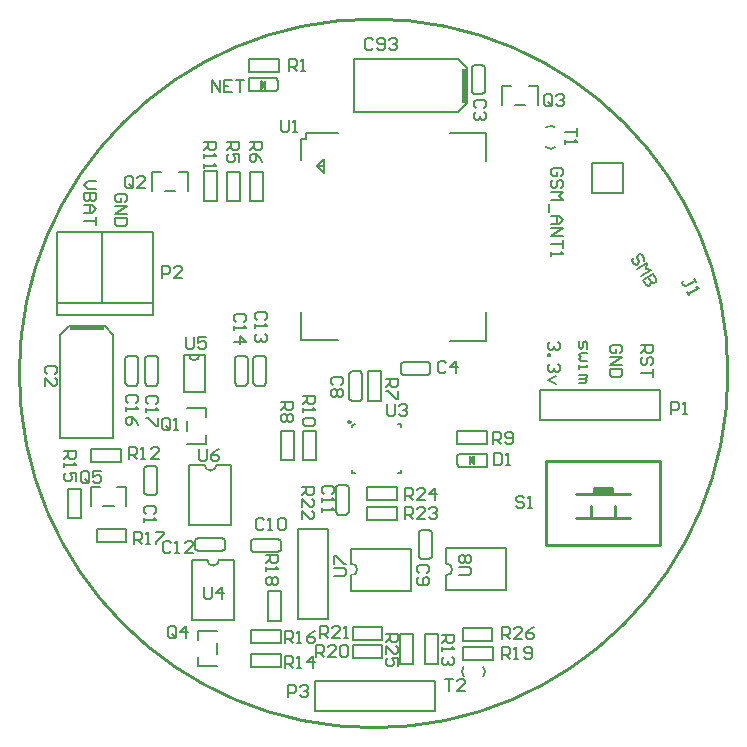
<source format=gto>
%FSLAX25Y25*%
%MOIN*%
G70*
G01*
G75*
%ADD10C,0.02500*%
%ADD11R,0.11811X0.08661*%
%ADD12R,0.03347X0.02756*%
%ADD13R,0.02756X0.03347*%
%ADD14O,0.03543X0.01969*%
%ADD15O,0.03543X0.01969*%
%ADD16R,0.03543X0.01969*%
%ADD17R,0.01969X0.03150*%
%ADD18R,0.02362X0.03937*%
%ADD19O,0.02500X0.05500*%
%ADD20R,0.02500X0.05500*%
%ADD21R,0.03150X0.01969*%
%ADD22R,0.08661X0.11811*%
%ADD23O,0.05500X0.02500*%
%ADD24R,0.05500X0.02500*%
%ADD25R,0.02165X0.01181*%
%ADD26R,0.03150X0.01181*%
%ADD27R,0.01181X0.02165*%
%ADD28R,0.01181X0.03150*%
%ADD29R,0.03937X0.02362*%
%ADD30O,0.02362X0.07087*%
%ADD31O,0.07087X0.02362*%
%ADD32R,0.07000X0.03150*%
%ADD33R,0.07874X0.06000*%
%ADD34R,0.03937X0.03150*%
G04:AMPARAMS|DCode=35|XSize=35.43mil|YSize=157.48mil|CornerRadius=1.77mil|HoleSize=0mil|Usage=FLASHONLY|Rotation=300.000|XOffset=0mil|YOffset=0mil|HoleType=Round|Shape=RoundedRectangle|*
%AMROUNDEDRECTD35*
21,1,0.03543,0.15394,0,0,300.0*
21,1,0.03189,0.15748,0,0,300.0*
1,1,0.00354,-0.05868,-0.05229*
1,1,0.00354,-0.07463,-0.02468*
1,1,0.00354,0.05868,0.05229*
1,1,0.00354,0.07463,0.02468*
%
%ADD35ROUNDEDRECTD35*%
%ADD36C,0.02000*%
%ADD37C,0.07000*%
%ADD38C,0.00800*%
%ADD39C,0.01000*%
%ADD40C,0.04000*%
%ADD41C,0.05000*%
%ADD42C,0.03000*%
%ADD43R,0.07874X0.11811*%
%ADD44O,0.07874X0.11811*%
%ADD45R,0.05906X0.05906*%
%ADD46C,0.05906*%
%ADD47R,0.05906X0.05906*%
%ADD48C,0.06000*%
G04:AMPARAMS|DCode=49|XSize=51.18mil|YSize=173.23mil|CornerRadius=2.56mil|HoleSize=0mil|Usage=FLASHONLY|Rotation=300.000|XOffset=0mil|YOffset=0mil|HoleType=Round|Shape=RoundedRectangle|*
%AMROUNDEDRECTD49*
21,1,0.05118,0.16811,0,0,300.0*
21,1,0.04606,0.17323,0,0,300.0*
1,1,0.00512,-0.06128,-0.06197*
1,1,0.00512,-0.08431,-0.02208*
1,1,0.00512,0.06128,0.06197*
1,1,0.00512,0.08431,0.02208*
%
%ADD49ROUNDEDRECTD49*%
%ADD50C,0.03000*%
%ADD51C,0.02000*%
%ADD52C,0.05000*%
%ADD53R,0.01575X0.03347*%
%ADD54R,0.02756X0.08268*%
%ADD55R,0.02559X0.04843*%
%ADD56C,0.00500*%
%ADD57C,0.00787*%
%ADD58R,0.11811X0.01575*%
%ADD59R,0.01575X0.11811*%
D38*
X522000Y328500D02*
Y338736D01*
X511764D02*
X522000D01*
X511764Y328500D02*
Y338736D01*
Y328500D02*
X522000D01*
D39*
X431253Y252300D02*
G03*
X431253Y252300I-361J0D01*
G01*
X496500Y211400D02*
Y235400D01*
Y211400D02*
X534500D01*
Y239400D01*
X496500D02*
X534500D01*
X496500Y235400D02*
Y239400D01*
X506500Y220400D02*
X514500D01*
X512500D02*
X524500D01*
X511500D02*
Y224400D01*
X519500Y220400D02*
Y224400D01*
X506500Y228400D02*
X524500D01*
X512500Y229400D02*
X518500D01*
X512500Y230400D02*
X518500D01*
X512500Y228400D02*
Y230400D01*
X518500Y228400D02*
Y230400D01*
X557110Y268500D02*
G03*
X557110Y268500I-118110J0D01*
G01*
D56*
X377434Y274662D02*
G03*
X380977Y274662I1772J0D01*
G01*
X475524Y167525D02*
G03*
X475524Y170675I-1575J1575D01*
G01*
X469028D02*
G03*
X469028Y167525I1575J-1575D01*
G01*
X431500Y201119D02*
G03*
X431500Y205119I0J2000D01*
G01*
X463145Y201167D02*
G03*
X463145Y205167I0J2000D01*
G01*
X496425Y343976D02*
G03*
X499575Y343976I1575J1575D01*
G01*
Y350472D02*
G03*
X496425Y350472I-1575J-1575D01*
G01*
X382619Y238100D02*
G03*
X386619Y238100I2000J0D01*
G01*
X383519Y206400D02*
G03*
X387519Y206400I2000J0D01*
G01*
X334542Y281437D02*
X337494Y284390D01*
X349306D01*
X352258Y281437D01*
X334542Y246791D02*
Y281437D01*
X352258Y246791D02*
Y281437D01*
X334542Y246791D02*
X352258D01*
X476065Y362319D02*
Y370587D01*
X472522Y371374D02*
X475278D01*
X472522Y361531D02*
X475278D01*
X471735Y362319D02*
Y370587D01*
Y362319D02*
X472522Y361531D01*
X475278D02*
X476065Y362319D01*
X475278Y371374D02*
X476065Y370587D01*
X471735D02*
X472522Y371374D01*
X432031Y177865D02*
X441874D01*
X432031Y173535D02*
X441874D01*
X432031D02*
Y177865D01*
X441874Y173535D02*
Y177865D01*
X432031Y179635D02*
X441874D01*
X432031Y183965D02*
X441874D01*
Y179635D02*
Y183965D01*
X432031Y179635D02*
Y183965D01*
X362535Y228613D02*
Y236881D01*
X363322Y227826D02*
X366078D01*
X363322Y237668D02*
X366078D01*
X366865Y228613D02*
Y236881D01*
X366078Y237668D02*
X366865Y236881D01*
X362535D02*
X363322Y237668D01*
X362535Y228613D02*
X363322Y227826D01*
X366078D02*
X366865Y228613D01*
X346731Y216465D02*
X356574D01*
X346731Y212135D02*
X356574D01*
X346731D02*
Y216465D01*
X356574Y212135D02*
Y216465D01*
X333300Y292020D02*
X365311D01*
X333300Y288083D02*
X365311D01*
X333300Y315642D02*
X365311D01*
X333300Y288083D02*
Y315642D01*
X365311Y288083D02*
Y315642D01*
X348500Y292020D02*
Y315642D01*
X382749Y262457D02*
Y274662D01*
X375662Y262457D02*
X382749D01*
X375662Y274662D02*
X382749D01*
X375662Y262457D02*
Y274662D01*
X490790Y364168D02*
X493743D01*
X481931D02*
X484884D01*
X486065Y357869D02*
X489609D01*
X493743D02*
Y364168D01*
X481931Y357869D02*
Y364168D01*
X431500Y196119D02*
X451500D01*
X431500Y210119D02*
X451500D01*
Y196119D02*
Y210119D01*
X431500Y196119D02*
Y201119D01*
Y205119D02*
Y210119D01*
X463145Y196167D02*
X483145D01*
X463145Y210167D02*
X483145D01*
Y196167D02*
Y210167D01*
X463145Y196167D02*
Y201167D01*
Y205167D02*
Y210167D01*
X436932Y223865D02*
X446774D01*
X436932Y219535D02*
X446774D01*
X436932D02*
Y223865D01*
X446774Y219535D02*
Y223865D01*
X436932Y230465D02*
X446774D01*
X436932Y226135D02*
X446774D01*
X436932D02*
Y230465D01*
X446774Y226135D02*
Y230465D01*
X447935Y171731D02*
Y181574D01*
X452265Y171731D02*
Y181574D01*
X447935Y171731D02*
X452265D01*
X447935Y181574D02*
X452265D01*
X468726Y179235D02*
X478569D01*
X468726Y183565D02*
X478569D01*
Y179235D02*
Y183565D01*
X468726Y179235D02*
Y183565D01*
X407969Y239526D02*
Y249369D01*
X412300Y239526D02*
Y249369D01*
X407969Y239526D02*
X412300D01*
X407969Y249369D02*
X412300D01*
X432391Y355542D02*
Y373258D01*
Y355542D02*
X467037D01*
X432391Y373258D02*
X467037D01*
Y355542D02*
X469990Y358494D01*
Y370305D01*
X467037Y373258D02*
X469990Y370305D01*
X386865Y326026D02*
Y335869D01*
X382535Y326026D02*
Y335869D01*
X386865D01*
X382535Y326026D02*
X386865D01*
X377619Y218100D02*
Y238100D01*
X391619Y218100D02*
Y238100D01*
X377619Y218100D02*
X391619D01*
X377619Y238100D02*
X382619D01*
X386619D02*
X391619D01*
X378519Y186400D02*
Y206400D01*
X392519Y186400D02*
Y206400D01*
X378519Y186400D02*
X392519D01*
X378519Y206400D02*
X383519D01*
X387519D02*
X392519D01*
X468826Y172835D02*
X478668D01*
X468826Y177165D02*
X478668D01*
Y172835D02*
Y177165D01*
X468826Y172835D02*
Y177165D01*
X456135Y171731D02*
Y181574D01*
X460465Y171731D02*
Y181574D01*
X456135Y171731D02*
X460465D01*
X456135Y181574D02*
X460465D01*
X466798Y249143D02*
X476641D01*
X466798Y244813D02*
X476641D01*
X466798D02*
Y249143D01*
X476641Y244813D02*
Y249143D01*
X448813Y272265D02*
X457081D01*
X448026Y268722D02*
Y271478D01*
X457868Y268722D02*
Y271478D01*
X448813Y267935D02*
X457081D01*
X457868Y268722D01*
X457081Y272265D02*
X457868Y271478D01*
X448026D02*
X448813Y272265D01*
X448026Y268722D02*
X448813Y267935D01*
X398126Y178635D02*
X407969D01*
X398126Y182965D02*
X407969D01*
Y178635D02*
Y182965D01*
X398126Y178635D02*
Y182965D01*
X344932Y243265D02*
X354774D01*
X344932Y238935D02*
X354774D01*
X344932D02*
Y243265D01*
X354774Y238935D02*
Y243265D01*
X408165Y186026D02*
Y195869D01*
X403835Y186026D02*
Y195869D01*
X408165D01*
X403835Y186026D02*
X408165D01*
X396965Y265213D02*
Y273481D01*
X393422Y274269D02*
X396178D01*
X393422Y264426D02*
X396178D01*
X392635Y265213D02*
Y273481D01*
Y265213D02*
X393422Y264426D01*
X396178D02*
X396965Y265213D01*
X396178Y274269D02*
X396965Y273481D01*
X392635D02*
X393422Y274269D01*
X360565Y265219D02*
Y273487D01*
X357022Y274274D02*
X359778D01*
X357022Y264432D02*
X359778D01*
X356235Y265219D02*
Y273487D01*
Y265219D02*
X357022Y264432D01*
X359778D02*
X360565Y265219D01*
X359778Y274274D02*
X360565Y273487D01*
X356235D02*
X357022Y274274D01*
X435265Y260119D02*
Y268387D01*
X431722Y269174D02*
X434478D01*
X431722Y259331D02*
X434478D01*
X430935Y260119D02*
Y268387D01*
Y260119D02*
X431722Y259331D01*
X434478D02*
X435265Y260119D01*
X434478Y269174D02*
X435265Y268387D01*
X430935D02*
X431722Y269174D01*
X362835Y265213D02*
Y273481D01*
X363622Y264426D02*
X366378D01*
X363622Y274269D02*
X366378D01*
X367165Y265213D02*
Y273481D01*
X366378Y274269D02*
X367165Y273481D01*
X362835D02*
X363622Y274269D01*
X362835Y265213D02*
X363622Y264426D01*
X366378D02*
X367165Y265213D01*
X398935D02*
Y273481D01*
X399722Y264426D02*
X402478D01*
X399722Y274269D02*
X402478D01*
X403265Y265213D02*
Y273481D01*
X402478Y274269D02*
X403265Y273481D01*
X398935D02*
X399722Y274269D01*
X398935Y265213D02*
X399722Y264426D01*
X402478D02*
X403265Y265213D01*
X397532Y373365D02*
X407374D01*
X397532Y369035D02*
X407374D01*
X397532D02*
Y373365D01*
X407374Y369035D02*
Y373365D01*
X380532Y179790D02*
Y182743D01*
Y170931D02*
Y173884D01*
X386831Y175065D02*
Y178609D01*
X380532Y182743D02*
X386831D01*
X380532Y170931D02*
X386831D01*
X353590Y230468D02*
X356542D01*
X344731D02*
X347684D01*
X348865Y224168D02*
X352409D01*
X356542D02*
Y230468D01*
X344731Y224168D02*
Y230468D01*
X397431Y362535D02*
Y366865D01*
Y362535D02*
X406487D01*
X407274Y363322D02*
Y366078D01*
X397431Y366865D02*
X406487D01*
X406487Y362535D02*
X407274Y363322D01*
X402845Y363322D02*
Y366078D01*
X401467Y363322D02*
Y366078D01*
X402845Y364700D01*
X401467Y363322D02*
X402845Y364700D01*
X401467D02*
X402845D01*
X406487Y366865D02*
X407274Y366078D01*
X382968Y245058D02*
Y248010D01*
Y253916D02*
Y256869D01*
X376669Y249191D02*
Y252735D01*
Y245058D02*
X382968D01*
X376669Y256869D02*
X382968D01*
X374090Y335468D02*
X377043D01*
X365231D02*
X368184D01*
X369365Y329169D02*
X372909D01*
X377043D02*
Y335468D01*
X365231Y329169D02*
Y335468D01*
X398126Y170735D02*
X407969D01*
X398126Y175065D02*
X407969D01*
Y170735D02*
Y175065D01*
X398126Y170735D02*
Y175065D01*
X341565Y220126D02*
Y229969D01*
X337235Y220126D02*
Y229969D01*
X341565D01*
X337235Y220126D02*
X341565D01*
X380319Y209335D02*
X388587D01*
X389374Y210122D02*
Y212878D01*
X379532Y210122D02*
Y212878D01*
X380319Y213665D02*
X388587D01*
X379532Y212878D02*
X380319Y213665D01*
X379532Y210122D02*
X380319Y209335D01*
X388587D02*
X389374Y210122D01*
X388587Y213665D02*
X389374Y212878D01*
X437235Y259331D02*
Y269174D01*
X441565Y259331D02*
Y269174D01*
X437235Y259331D02*
X441565D01*
X437235Y269174D02*
X441565D01*
X390135Y325832D02*
Y335674D01*
X394465Y325832D02*
Y335674D01*
X390135Y325832D02*
X394465D01*
X390135Y335674D02*
X394465D01*
X476635Y237413D02*
Y241743D01*
X467580D02*
X476635D01*
X466793Y238200D02*
Y240956D01*
X467580Y237413D02*
X476635D01*
X466793Y240956D02*
X467580Y241743D01*
X471222Y238200D02*
Y240956D01*
X472600Y238200D02*
Y240956D01*
X471222Y239578D02*
X472600Y238200D01*
X471222Y239578D02*
X472600Y240956D01*
X471222Y239578D02*
X472600D01*
X466793Y238200D02*
X467580Y237413D01*
X419865Y239526D02*
Y249369D01*
X415535Y239526D02*
Y249369D01*
X419865D01*
X415535Y239526D02*
X419865D01*
X416300Y346600D02*
Y348700D01*
X414700Y346600D02*
X416300D01*
X420200Y337700D02*
X422600Y340100D01*
Y335300D02*
Y340100D01*
X420200Y337700D02*
X422600Y335300D01*
X414800Y279500D02*
X427000D01*
X414700Y279600D02*
Y288800D01*
X464500Y279400D02*
X476500D01*
Y288900D01*
Y339300D02*
Y348700D01*
X464300D02*
X476500D01*
X420200Y337700D02*
X422600D01*
X414700Y339600D02*
Y346600D01*
X416300Y348700D02*
X427000D01*
X402165Y325826D02*
Y335668D01*
X397835Y325826D02*
Y335668D01*
X402165D01*
X397835Y325826D02*
X402165D01*
X398126Y209722D02*
X398913Y208935D01*
X398126Y212478D02*
X398913Y213265D01*
X407181D02*
X407969Y212478D01*
X407181Y208935D02*
X407969Y209722D01*
X398913Y208935D02*
X407181D01*
X407969Y209722D02*
Y212478D01*
X398126Y209722D02*
Y212478D01*
X398913Y213265D02*
X407181D01*
X426335Y230487D02*
X427122Y231274D01*
X429878D02*
X430665Y230487D01*
X429878Y221431D02*
X430665Y222219D01*
X426335D02*
X427122Y221431D01*
X426335Y222219D02*
Y230487D01*
X427122Y221431D02*
X429878D01*
X427122Y231274D02*
X429878D01*
X430665Y222219D02*
Y230487D01*
X457578Y206612D02*
X458365Y207399D01*
X454035D02*
X454822Y206612D01*
X454035Y215667D02*
X454822Y216454D01*
X457578D02*
X458365Y215667D01*
Y207399D02*
Y215667D01*
X454822Y216454D02*
X457578D01*
X454822Y206612D02*
X457578D01*
X454035Y207399D02*
Y215667D01*
X332932Y268234D02*
X333599Y268901D01*
Y270234D01*
X332932Y270900D01*
X330266D01*
X329600Y270234D01*
Y268901D01*
X330266Y268234D01*
X329600Y264235D02*
Y266901D01*
X332266Y264235D01*
X332932D01*
X333599Y264902D01*
Y266235D01*
X332932Y266901D01*
X462900Y166499D02*
X465566D01*
X464233D01*
Y162500D01*
X469564D02*
X466899D01*
X469564Y165166D01*
Y165832D01*
X468898Y166499D01*
X467565D01*
X466899Y165832D01*
X498466Y358266D02*
Y360932D01*
X497799Y361599D01*
X496466D01*
X495800Y360932D01*
Y358266D01*
X496466Y357600D01*
X497799D01*
X497133Y358933D02*
X498466Y357600D01*
X497799D02*
X498466Y358266D01*
X499799Y360932D02*
X500465Y361599D01*
X501798D01*
X502464Y360932D01*
Y360266D01*
X501798Y359599D01*
X501132D01*
X501798D01*
X502464Y358933D01*
Y358266D01*
X501798Y357600D01*
X500465D01*
X499799Y358266D01*
X467501Y201200D02*
X470834D01*
X471500Y201867D01*
Y203199D01*
X470834Y203866D01*
X467501D01*
X468168Y205199D02*
X467501Y205865D01*
Y207198D01*
X468168Y207864D01*
X468834D01*
X469501Y207198D01*
X470167Y207864D01*
X470834D01*
X471500Y207198D01*
Y205865D01*
X470834Y205199D01*
X470167D01*
X469501Y205865D01*
X468834Y205199D01*
X468168D01*
X469501Y205865D02*
Y207198D01*
X425901Y201100D02*
X429234D01*
X429900Y201766D01*
Y203099D01*
X429234Y203766D01*
X425901D01*
Y205099D02*
Y207765D01*
X426568D01*
X429234Y205099D01*
X429900D01*
X506949Y350350D02*
Y347684D01*
Y349017D01*
X502950D01*
Y346351D02*
Y345018D01*
Y345685D01*
X506949D01*
X506282Y346351D01*
X481900Y179800D02*
Y183799D01*
X483899D01*
X484566Y183132D01*
Y181799D01*
X483899Y181133D01*
X481900D01*
X483233D02*
X484566Y179800D01*
X488564D02*
X485899D01*
X488564Y182466D01*
Y183132D01*
X487898Y183799D01*
X486565D01*
X485899Y183132D01*
X492563Y183799D02*
X491230Y183132D01*
X489897Y181799D01*
Y180466D01*
X490564Y179800D01*
X491897D01*
X492563Y180466D01*
Y181133D01*
X491897Y181799D01*
X489897D01*
X443100Y181600D02*
X447099D01*
Y179601D01*
X446432Y178934D01*
X445099D01*
X444433Y179601D01*
Y181600D01*
Y180267D02*
X443100Y178934D01*
Y174935D02*
Y177601D01*
X445766Y174935D01*
X446432D01*
X447099Y175602D01*
Y176935D01*
X446432Y177601D01*
X447099Y170937D02*
Y173603D01*
X445099D01*
X445766Y172270D01*
Y171603D01*
X445099Y170937D01*
X443766D01*
X443100Y171603D01*
Y172936D01*
X443766Y173603D01*
X449500Y226200D02*
Y230199D01*
X451499D01*
X452166Y229532D01*
Y228199D01*
X451499Y227533D01*
X449500D01*
X450833D02*
X452166Y226200D01*
X456165D02*
X453499D01*
X456165Y228866D01*
Y229532D01*
X455498Y230199D01*
X454165D01*
X453499Y229532D01*
X459497Y226200D02*
Y230199D01*
X457497Y228199D01*
X460163D01*
X449300Y219800D02*
Y223799D01*
X451299D01*
X451966Y223132D01*
Y221799D01*
X451299Y221133D01*
X449300D01*
X450633D02*
X451966Y219800D01*
X455965D02*
X453299D01*
X455965Y222466D01*
Y223132D01*
X455298Y223799D01*
X453965D01*
X453299Y223132D01*
X457297D02*
X457964Y223799D01*
X459297D01*
X459963Y223132D01*
Y222466D01*
X459297Y221799D01*
X458630D01*
X459297D01*
X459963Y221133D01*
Y220466D01*
X459297Y219800D01*
X457964D01*
X457297Y220466D01*
X382600Y345600D02*
X386599D01*
Y343601D01*
X385932Y342934D01*
X384599D01*
X383933Y343601D01*
Y345600D01*
Y344267D02*
X382600Y342934D01*
Y341601D02*
Y340268D01*
Y340935D01*
X386599D01*
X385932Y341601D01*
X382600Y338269D02*
Y336936D01*
Y337603D01*
X386599D01*
X385932Y338269D01*
X408000Y258900D02*
X411999D01*
Y256901D01*
X411332Y256234D01*
X409999D01*
X409333Y256901D01*
Y258900D01*
Y257567D02*
X408000Y256234D01*
X411332Y254901D02*
X411999Y254235D01*
Y252902D01*
X411332Y252236D01*
X410666D01*
X409999Y252902D01*
X409333Y252236D01*
X408666D01*
X408000Y252902D01*
Y254235D01*
X408666Y254901D01*
X409333D01*
X409999Y254235D01*
X410666Y254901D01*
X411332D01*
X409999Y254235D02*
Y252902D01*
X438666Y379632D02*
X437999Y380299D01*
X436666D01*
X436000Y379632D01*
Y376966D01*
X436666Y376300D01*
X437999D01*
X438666Y376966D01*
X439999D02*
X440665Y376300D01*
X441998D01*
X442664Y376966D01*
Y379632D01*
X441998Y380299D01*
X440665D01*
X439999Y379632D01*
Y378966D01*
X440665Y378299D01*
X442664D01*
X443997Y379632D02*
X444664Y380299D01*
X445997D01*
X446663Y379632D01*
Y378966D01*
X445997Y378299D01*
X445330D01*
X445997D01*
X446663Y377633D01*
Y376966D01*
X445997Y376300D01*
X444664D01*
X443997Y376966D01*
X368400Y300300D02*
Y304299D01*
X370399D01*
X371066Y303632D01*
Y302299D01*
X370399Y301633D01*
X368400D01*
X375064Y300300D02*
X372399D01*
X375064Y302966D01*
Y303632D01*
X374398Y304299D01*
X373065D01*
X372399Y303632D01*
X538000Y254800D02*
Y258799D01*
X539999D01*
X540666Y258132D01*
Y256799D01*
X539999Y256133D01*
X538000D01*
X541999Y254800D02*
X543332D01*
X542665D01*
Y258799D01*
X541999Y258132D01*
X421200Y180300D02*
Y184299D01*
X423199D01*
X423866Y183632D01*
Y182299D01*
X423199Y181633D01*
X421200D01*
X422533D02*
X423866Y180300D01*
X427865D02*
X425199D01*
X427865Y182966D01*
Y183632D01*
X427198Y184299D01*
X425865D01*
X425199Y183632D01*
X429197Y180300D02*
X430530D01*
X429864D01*
Y184299D01*
X429197Y183632D01*
X376600Y280499D02*
Y277166D01*
X377266Y276500D01*
X378599D01*
X379266Y277166D01*
Y280499D01*
X383264D02*
X380599D01*
Y278499D01*
X381932Y279166D01*
X382598D01*
X383264Y278499D01*
Y277166D01*
X382598Y276500D01*
X381265D01*
X380599Y277166D01*
X382600Y197199D02*
Y193867D01*
X383266Y193200D01*
X384599D01*
X385266Y193867D01*
Y197199D01*
X388598Y193200D02*
Y197199D01*
X386599Y195199D01*
X389264D01*
X410800Y369200D02*
Y373199D01*
X412799D01*
X413466Y372532D01*
Y371199D01*
X412799Y370533D01*
X410800D01*
X412133D02*
X413466Y369200D01*
X414799D02*
X416132D01*
X415465D01*
Y373199D01*
X414799Y372532D01*
X344266Y232666D02*
Y235332D01*
X343599Y235999D01*
X342266D01*
X341600Y235332D01*
Y232666D01*
X342266Y232000D01*
X343599D01*
X342933Y233333D02*
X344266Y232000D01*
X343599D02*
X344266Y232666D01*
X348265Y235999D02*
X345599D01*
Y233999D01*
X346932Y234666D01*
X347598D01*
X348265Y233999D01*
Y232666D01*
X347598Y232000D01*
X346265D01*
X345599Y232666D01*
X373166Y180966D02*
Y183632D01*
X372499Y184299D01*
X371166D01*
X370500Y183632D01*
Y180966D01*
X371166Y180300D01*
X372499D01*
X371833Y181633D02*
X373166Y180300D01*
X372499D02*
X373166Y180966D01*
X376498Y180300D02*
Y184299D01*
X374499Y182299D01*
X377165D01*
X358766Y330866D02*
Y333532D01*
X358099Y334199D01*
X356766D01*
X356100Y333532D01*
Y330866D01*
X356766Y330200D01*
X358099D01*
X357433Y331533D02*
X358766Y330200D01*
X358099D02*
X358766Y330866D01*
X362765Y330200D02*
X360099D01*
X362765Y332866D01*
Y333532D01*
X362098Y334199D01*
X360765D01*
X360099Y333532D01*
X371166Y250366D02*
Y253032D01*
X370499Y253699D01*
X369166D01*
X368500Y253032D01*
Y250366D01*
X369166Y249700D01*
X370499D01*
X369833Y251033D02*
X371166Y249700D01*
X370499D02*
X371166Y250366D01*
X372499Y249700D02*
X373832D01*
X373165D01*
Y253699D01*
X372499Y253032D01*
X385200Y362400D02*
Y366399D01*
X387866Y362400D01*
Y366399D01*
X391864D02*
X389199D01*
Y362400D01*
X391864D01*
X389199Y364399D02*
X390532D01*
X393197Y366399D02*
X395863D01*
X394530D01*
Y362400D01*
X380700Y243299D02*
Y239966D01*
X381366Y239300D01*
X382699D01*
X383366Y239966D01*
Y243299D01*
X387365D02*
X386032Y242632D01*
X384699Y241299D01*
Y239966D01*
X385365Y239300D01*
X386698D01*
X387365Y239966D01*
Y240633D01*
X386698Y241299D01*
X384699D01*
X408100Y352999D02*
Y349666D01*
X408766Y349000D01*
X410099D01*
X410766Y349666D01*
Y352999D01*
X412099Y349000D02*
X413432D01*
X412765D01*
Y352999D01*
X412099Y352332D01*
X443300Y258299D02*
Y254966D01*
X443966Y254300D01*
X445299D01*
X445966Y254966D01*
Y258299D01*
X447299Y257632D02*
X447965Y258299D01*
X449298D01*
X449965Y257632D01*
Y256966D01*
X449298Y256299D01*
X448632D01*
X449298D01*
X449965Y255633D01*
Y254966D01*
X449298Y254300D01*
X447965D01*
X447299Y254966D01*
X488966Y226932D02*
X488299Y227599D01*
X486966D01*
X486300Y226932D01*
Y226266D01*
X486966Y225599D01*
X488299D01*
X488966Y224933D01*
Y224266D01*
X488299Y223600D01*
X486966D01*
X486300Y224266D01*
X490299Y223600D02*
X491632D01*
X490965D01*
Y227599D01*
X490299Y226932D01*
X359000Y211500D02*
Y215499D01*
X360999D01*
X361666Y214832D01*
Y213499D01*
X360999Y212833D01*
X359000D01*
X360333D02*
X361666Y211500D01*
X362999D02*
X364332D01*
X363665D01*
Y215499D01*
X362999Y214832D01*
X366331Y215499D02*
X368997D01*
Y214832D01*
X366331Y212166D01*
Y211500D01*
X409400Y178700D02*
Y182699D01*
X411399D01*
X412066Y182032D01*
Y180699D01*
X411399Y180033D01*
X409400D01*
X410733D02*
X412066Y178700D01*
X413399D02*
X414732D01*
X414065D01*
Y182699D01*
X413399Y182032D01*
X419397Y182699D02*
X418064Y182032D01*
X416731Y180699D01*
Y179367D01*
X417397Y178700D01*
X418730D01*
X419397Y179367D01*
Y180033D01*
X418730Y180699D01*
X416731D01*
X443200Y266700D02*
X447199D01*
Y264701D01*
X446532Y264034D01*
X445199D01*
X444533Y264701D01*
Y266700D01*
Y265367D02*
X443200Y264034D01*
X447199Y262701D02*
Y260035D01*
X446532D01*
X443866Y262701D01*
X443200D01*
X409400Y170300D02*
Y174299D01*
X411399D01*
X412066Y173632D01*
Y172299D01*
X411399Y171633D01*
X409400D01*
X410733D02*
X412066Y170300D01*
X413399D02*
X414732D01*
X414065D01*
Y174299D01*
X413399Y173632D01*
X418730Y170300D02*
Y174299D01*
X416731Y172299D01*
X419397D01*
X357300Y239800D02*
Y243799D01*
X359299D01*
X359966Y243132D01*
Y241799D01*
X359299Y241133D01*
X357300D01*
X358633D02*
X359966Y239800D01*
X361299D02*
X362632D01*
X361965D01*
Y243799D01*
X361299Y243132D01*
X367297Y239800D02*
X364631D01*
X367297Y242466D01*
Y243132D01*
X366630Y243799D01*
X365297D01*
X364631Y243132D01*
X403200Y208000D02*
X407199D01*
Y206001D01*
X406532Y205334D01*
X405199D01*
X404533Y206001D01*
Y208000D01*
Y206667D02*
X403200Y205334D01*
Y204001D02*
Y202668D01*
Y203335D01*
X407199D01*
X406532Y204001D01*
Y200669D02*
X407199Y200003D01*
Y198670D01*
X406532Y198003D01*
X405866D01*
X405199Y198670D01*
X404533Y198003D01*
X403866D01*
X403200Y198670D01*
Y200003D01*
X403866Y200669D01*
X404533D01*
X405199Y200003D01*
X405866Y200669D01*
X406532D01*
X405199Y200003D02*
Y198670D01*
X415200Y230600D02*
X419199D01*
Y228601D01*
X418532Y227934D01*
X417199D01*
X416533Y228601D01*
Y230600D01*
Y229267D02*
X415200Y227934D01*
Y223936D02*
Y226601D01*
X417866Y223936D01*
X418532D01*
X419199Y224602D01*
Y225935D01*
X418532Y226601D01*
X415200Y219937D02*
Y222603D01*
X417866Y219937D01*
X418532D01*
X419199Y220603D01*
Y221936D01*
X418532Y222603D01*
X419900Y173900D02*
Y177899D01*
X421899D01*
X422566Y177232D01*
Y175899D01*
X421899Y175233D01*
X419900D01*
X421233D02*
X422566Y173900D01*
X426565D02*
X423899D01*
X426565Y176566D01*
Y177232D01*
X425898Y177899D01*
X424565D01*
X423899Y177232D01*
X427897D02*
X428564Y177899D01*
X429897D01*
X430563Y177232D01*
Y174566D01*
X429897Y173900D01*
X428564D01*
X427897Y174566D01*
Y177232D01*
X481700Y173300D02*
Y177299D01*
X483699D01*
X484366Y176632D01*
Y175299D01*
X483699Y174633D01*
X481700D01*
X483033D02*
X484366Y173300D01*
X485699D02*
X487032D01*
X486365D01*
Y177299D01*
X485699Y176632D01*
X489031Y173967D02*
X489697Y173300D01*
X491030D01*
X491697Y173967D01*
Y176632D01*
X491030Y177299D01*
X489697D01*
X489031Y176632D01*
Y175966D01*
X489697Y175299D01*
X491697D01*
X461900Y181300D02*
X465899D01*
Y179301D01*
X465232Y178634D01*
X463899D01*
X463233Y179301D01*
Y181300D01*
Y179967D02*
X461900Y178634D01*
Y177301D02*
Y175968D01*
Y176635D01*
X465899D01*
X465232Y177301D01*
Y173969D02*
X465899Y173303D01*
Y171970D01*
X465232Y171303D01*
X464566D01*
X463899Y171970D01*
Y172636D01*
Y171970D01*
X463233Y171303D01*
X462566D01*
X461900Y171970D01*
Y173303D01*
X462566Y173969D01*
X335900Y242700D02*
X339899D01*
Y240701D01*
X339232Y240034D01*
X337899D01*
X337233Y240701D01*
Y242700D01*
Y241367D02*
X335900Y240034D01*
Y238701D02*
Y237368D01*
Y238035D01*
X339899D01*
X339232Y238701D01*
X339899Y232703D02*
Y235369D01*
X337899D01*
X338566Y234036D01*
Y233370D01*
X337899Y232703D01*
X336566D01*
X335900Y233370D01*
Y234703D01*
X336566Y235369D01*
X478900Y244900D02*
Y248899D01*
X480899D01*
X481566Y248232D01*
Y246899D01*
X480899Y246233D01*
X478900D01*
X480233D02*
X481566Y244900D01*
X482899Y245566D02*
X483565Y244900D01*
X484898D01*
X485565Y245566D01*
Y248232D01*
X484898Y248899D01*
X483565D01*
X482899Y248232D01*
Y247566D01*
X483565Y246899D01*
X485565D01*
X415500Y261100D02*
X419499D01*
Y259101D01*
X418832Y258434D01*
X417499D01*
X416833Y259101D01*
Y261100D01*
Y259767D02*
X415500Y258434D01*
Y257101D02*
Y255768D01*
Y256435D01*
X419499D01*
X418832Y257101D01*
Y253769D02*
X419499Y253103D01*
Y251770D01*
X418832Y251103D01*
X416166D01*
X415500Y251770D01*
Y253103D01*
X416166Y253769D01*
X418832D01*
X397900Y345500D02*
X401899D01*
Y343501D01*
X401232Y342834D01*
X399899D01*
X399233Y343501D01*
Y345500D01*
Y344167D02*
X397900Y342834D01*
X401899Y338836D02*
X401232Y340168D01*
X399899Y341501D01*
X398566D01*
X397900Y340835D01*
Y339502D01*
X398566Y338836D01*
X399233D01*
X399899Y339502D01*
Y341501D01*
X390200Y345600D02*
X394199D01*
Y343601D01*
X393532Y342934D01*
X392199D01*
X391533Y343601D01*
Y345600D01*
Y344267D02*
X390200Y342934D01*
X394199Y338935D02*
Y341601D01*
X392199D01*
X392866Y340268D01*
Y339602D01*
X392199Y338935D01*
X390866D01*
X390200Y339602D01*
Y340935D01*
X390866Y341601D01*
X410343Y160485D02*
Y164484D01*
X412342D01*
X413008Y163817D01*
Y162484D01*
X412342Y161818D01*
X410343D01*
X414341Y163817D02*
X415008Y164484D01*
X416341D01*
X417007Y163817D01*
Y163151D01*
X416341Y162484D01*
X415674D01*
X416341D01*
X417007Y161818D01*
Y161152D01*
X416341Y160485D01*
X415008D01*
X414341Y161152D01*
X529019Y305958D02*
X529263Y306868D01*
X528596Y308022D01*
X527686Y308266D01*
X527109Y307933D01*
X526865Y307023D01*
X527531Y305868D01*
X527287Y304958D01*
X526710Y304625D01*
X525800Y304869D01*
X525133Y306023D01*
X525377Y306933D01*
X526799Y303137D02*
X530262Y305136D01*
X529775Y303316D01*
X531595Y302828D01*
X528132Y300828D01*
X532262Y301673D02*
X528799Y299674D01*
X529798Y297942D01*
X530709Y297699D01*
X531286Y298032D01*
X531530Y298942D01*
X530530Y300674D01*
X531530Y298942D01*
X532440Y298698D01*
X533017Y299031D01*
X533261Y299942D01*
X532262Y301673D01*
X546396Y298791D02*
X545729Y299945D01*
X546063Y299368D01*
X543177Y297702D01*
X542266Y297946D01*
X541933Y298523D01*
X542177Y299433D01*
X543599Y295637D02*
X544266Y294483D01*
X543933Y295060D01*
X547396Y297059D01*
X546485Y297303D01*
X501432Y334234D02*
X502099Y334901D01*
Y336234D01*
X501432Y336900D01*
X498766D01*
X498100Y336234D01*
Y334901D01*
X498766Y334234D01*
X500099D01*
Y335567D01*
X501432Y330236D02*
X502099Y330902D01*
Y332235D01*
X501432Y332901D01*
X500766D01*
X500099Y332235D01*
Y330902D01*
X499433Y330236D01*
X498766D01*
X498100Y330902D01*
Y332235D01*
X498766Y332901D01*
X498100Y328903D02*
X502099D01*
X500766Y327570D01*
X502099Y326237D01*
X498100D01*
X497434Y324904D02*
Y322238D01*
X498100Y320905D02*
X500766D01*
X502099Y319572D01*
X500766Y318239D01*
X498100D01*
X500099D01*
Y320905D01*
X498100Y316906D02*
X502099D01*
X498100Y314241D01*
X502099D01*
Y312908D02*
Y310242D01*
Y311575D01*
X498100D01*
Y308909D02*
Y307576D01*
Y308243D01*
X502099D01*
X501432Y308909D01*
X479200Y241899D02*
Y237900D01*
X481199D01*
X481866Y238566D01*
Y241232D01*
X481199Y241899D01*
X479200D01*
X483199Y237900D02*
X484532D01*
X483865D01*
Y241899D01*
X483199Y241232D01*
X371366Y211832D02*
X370699Y212499D01*
X369366D01*
X368700Y211832D01*
Y209166D01*
X369366Y208500D01*
X370699D01*
X371366Y209166D01*
X372699Y208500D02*
X374032D01*
X373365D01*
Y212499D01*
X372699Y211832D01*
X378697Y208500D02*
X376031D01*
X378697Y211166D01*
Y211832D01*
X378030Y212499D01*
X376697D01*
X376031Y211832D01*
X395832Y285534D02*
X396499Y286201D01*
Y287534D01*
X395832Y288200D01*
X393166D01*
X392500Y287534D01*
Y286201D01*
X393166Y285534D01*
X392500Y284201D02*
Y282868D01*
Y283535D01*
X396499D01*
X395832Y284201D01*
X392500Y278870D02*
X396499D01*
X394499Y280869D01*
Y278203D01*
X359732Y258534D02*
X360399Y259201D01*
Y260534D01*
X359732Y261200D01*
X357066D01*
X356400Y260534D01*
Y259201D01*
X357066Y258534D01*
X356400Y257201D02*
Y255868D01*
Y256535D01*
X360399D01*
X359732Y257201D01*
X360399Y251203D02*
X359732Y252536D01*
X358399Y253869D01*
X357066D01*
X356400Y253203D01*
Y251870D01*
X357066Y251203D01*
X357733D01*
X358399Y251870D01*
Y253869D01*
X428032Y264634D02*
X428699Y265301D01*
Y266634D01*
X428032Y267300D01*
X425366D01*
X424700Y266634D01*
Y265301D01*
X425366Y264634D01*
X428032Y263301D02*
X428699Y262635D01*
Y261302D01*
X428032Y260635D01*
X427366D01*
X426699Y261302D01*
X426033Y260635D01*
X425366D01*
X424700Y261302D01*
Y262635D01*
X425366Y263301D01*
X426033D01*
X426699Y262635D01*
X427366Y263301D01*
X428032D01*
X426699Y262635D02*
Y261302D01*
X366532Y258434D02*
X367199Y259101D01*
Y260434D01*
X366532Y261100D01*
X363866D01*
X363200Y260434D01*
Y259101D01*
X363866Y258434D01*
X363200Y257101D02*
Y255768D01*
Y256435D01*
X367199D01*
X366532Y257101D01*
X367199Y253769D02*
Y251103D01*
X366532D01*
X363866Y253769D01*
X363200D01*
X402632Y286134D02*
X403299Y286801D01*
Y288134D01*
X402632Y288800D01*
X399966D01*
X399300Y288134D01*
Y286801D01*
X399966Y286134D01*
X399300Y284801D02*
Y283468D01*
Y284135D01*
X403299D01*
X402632Y284801D01*
Y281469D02*
X403299Y280803D01*
Y279470D01*
X402632Y278803D01*
X401966D01*
X401299Y279470D01*
Y280136D01*
Y279470D01*
X400633Y278803D01*
X399966D01*
X399300Y279470D01*
Y280803D01*
X399966Y281469D01*
X475832Y356834D02*
X476499Y357501D01*
Y358834D01*
X475832Y359500D01*
X473166D01*
X472500Y358834D01*
Y357501D01*
X473166Y356834D01*
X475832Y355501D02*
X476499Y354835D01*
Y353502D01*
X475832Y352835D01*
X475166D01*
X474499Y353502D01*
Y354168D01*
Y353502D01*
X473833Y352835D01*
X473166D01*
X472500Y353502D01*
Y354835D01*
X473166Y355501D01*
X463066Y272032D02*
X462399Y272699D01*
X461066D01*
X460400Y272032D01*
Y269366D01*
X461066Y268700D01*
X462399D01*
X463066Y269366D01*
X466398Y268700D02*
Y272699D01*
X464399Y270699D01*
X467065D01*
X365632Y221734D02*
X366299Y222401D01*
Y223734D01*
X365632Y224400D01*
X362966D01*
X362300Y223734D01*
Y222401D01*
X362966Y221734D01*
X362300Y220401D02*
Y219068D01*
Y219735D01*
X366299D01*
X365632Y220401D01*
X456932Y201934D02*
X457599Y202601D01*
Y203934D01*
X456932Y204600D01*
X454266D01*
X453600Y203934D01*
Y202601D01*
X454266Y201934D01*
Y200601D02*
X453600Y199935D01*
Y198602D01*
X454266Y197935D01*
X456932D01*
X457599Y198602D01*
Y199935D01*
X456932Y200601D01*
X456266D01*
X455599Y199935D01*
Y197935D01*
X402366Y219532D02*
X401699Y220199D01*
X400366D01*
X399700Y219532D01*
Y216866D01*
X400366Y216200D01*
X401699D01*
X402366Y216866D01*
X403699Y216200D02*
X405032D01*
X404365D01*
Y220199D01*
X403699Y219532D01*
X407031D02*
X407697Y220199D01*
X409030D01*
X409697Y219532D01*
Y216866D01*
X409030Y216200D01*
X407697D01*
X407031Y216866D01*
Y219532D01*
X425232Y228134D02*
X425899Y228801D01*
Y230134D01*
X425232Y230800D01*
X422566D01*
X421900Y230134D01*
Y228801D01*
X422566Y228134D01*
X421900Y226801D02*
Y225468D01*
Y226135D01*
X425899D01*
X425232Y226801D01*
X421900Y223469D02*
Y222136D01*
Y222803D01*
X425899D01*
X425232Y223469D01*
X356032Y325634D02*
X356699Y326301D01*
Y327634D01*
X356032Y328300D01*
X353366D01*
X352700Y327634D01*
Y326301D01*
X353366Y325634D01*
X354699D01*
Y326967D01*
X352700Y324301D02*
X356699D01*
X352700Y321636D01*
X356699D01*
Y320303D02*
X352700D01*
Y318303D01*
X353366Y317637D01*
X356032D01*
X356699Y318303D01*
Y320303D01*
X346399Y332600D02*
X343733D01*
X342400Y331267D01*
X343733Y329934D01*
X346399D01*
Y328601D02*
X342400D01*
Y326602D01*
X343066Y325936D01*
X343733D01*
X344399Y326602D01*
Y328601D01*
Y326602D01*
X345066Y325936D01*
X345732D01*
X346399Y326602D01*
Y328601D01*
X342400Y324603D02*
X345066D01*
X346399Y323270D01*
X345066Y321937D01*
X342400D01*
X344399D01*
Y324603D01*
X346399Y320604D02*
Y317938D01*
Y319271D01*
X342400D01*
X500432Y279000D02*
X501099Y278334D01*
Y277001D01*
X500432Y276334D01*
X499766D01*
X499099Y277001D01*
Y277667D01*
Y277001D01*
X498433Y276334D01*
X497766D01*
X497100Y277001D01*
Y278334D01*
X497766Y279000D01*
X497100Y275001D02*
X497766D01*
Y274335D01*
X497100D01*
Y275001D01*
X500432Y271669D02*
X501099Y271003D01*
Y269670D01*
X500432Y269003D01*
X499766D01*
X499099Y269670D01*
Y270336D01*
Y269670D01*
X498433Y269003D01*
X497766D01*
X497100Y269670D01*
Y271003D01*
X497766Y271669D01*
X499766Y267670D02*
X497100Y266337D01*
X499766Y265004D01*
X507500Y279400D02*
Y277401D01*
X508166Y276734D01*
X508833Y277401D01*
Y278734D01*
X509499Y279400D01*
X510166Y278734D01*
Y276734D01*
Y275401D02*
X508166D01*
X507500Y274735D01*
X508166Y274068D01*
X507500Y273402D01*
X508166Y272736D01*
X510166D01*
X507500Y271403D02*
Y270070D01*
Y270736D01*
X510166D01*
Y271403D01*
X507500Y268070D02*
X510166D01*
Y267404D01*
X509499Y266737D01*
X507500D01*
X509499D01*
X510166Y266071D01*
X509499Y265405D01*
X507500D01*
X521232Y275134D02*
X521899Y275801D01*
Y277134D01*
X521232Y277800D01*
X518566D01*
X517900Y277134D01*
Y275801D01*
X518566Y275134D01*
X519899D01*
Y276467D01*
X517900Y273801D02*
X521899D01*
X517900Y271135D01*
X521899D01*
Y269803D02*
X517900D01*
Y267803D01*
X518566Y267137D01*
X521232D01*
X521899Y267803D01*
Y269803D01*
X528100Y277800D02*
X532099D01*
Y275801D01*
X531432Y275134D01*
X530099D01*
X529433Y275801D01*
Y277800D01*
Y276467D02*
X528100Y275134D01*
X531432Y271135D02*
X532099Y271802D01*
Y273135D01*
X531432Y273801D01*
X530766D01*
X530099Y273135D01*
Y271802D01*
X529433Y271135D01*
X528766D01*
X528100Y271802D01*
Y273135D01*
X528766Y273801D01*
X532099Y269803D02*
Y267137D01*
Y268470D01*
X528100D01*
D57*
X423900Y186700D02*
Y216700D01*
X413900D02*
X423900D01*
X413900Y186700D02*
Y216700D01*
Y186700D02*
X423900D01*
X431705Y250581D02*
Y250896D01*
Y235306D02*
Y236408D01*
Y235306D02*
X432807D01*
X446980D02*
X448083D01*
Y236408D01*
Y250581D02*
Y251683D01*
X446980D02*
X448083D01*
X432492D02*
X432807D01*
X431705Y250896D02*
X432492Y251683D01*
X494400Y253000D02*
Y263000D01*
X534400D01*
X494400Y253000D02*
X534400D01*
Y263000D01*
X459300Y156000D02*
Y166000D01*
X419300Y156000D02*
X459300D01*
X419300Y166000D02*
X459300D01*
X419300Y156000D02*
Y166000D01*
D58*
X343394Y283580D02*
D03*
D59*
X469190Y364400D02*
D03*
M02*

</source>
